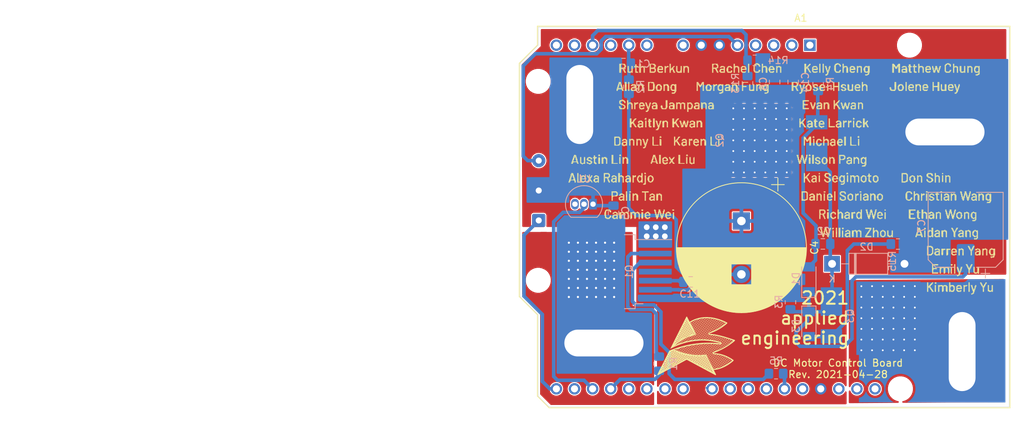
<source format=kicad_pcb>
(kicad_pcb (version 20171130) (host pcbnew "(5.1.8)-1")
  (layers (0 F.Cu signal) (31 B.Cu signal) (34 B.Paste user) (35 F.Paste user) (36 B.SilkS user) (37 F.SilkS user) (38 B.Mask user) (39 F.Mask user) (44 Edge.Cuts user))
  (net 0 "")
  (net 1 "Net-(A1-Pad16)")
  (net 2 "Net-(A1-Pad15)")
  (net 3 "Net-(A1-Pad30)")
  (net 4 "Net-(A1-Pad14)")
  (net 5 GND)
  (net 6 "Net-(A1-Pad13)")
  (net 7 "Net-(A1-Pad28)")
  (net 8 "Net-(A1-Pad12)")
  (net 9 "Net-(A1-Pad27)")
  (net 10 "Net-(A1-Pad11)")
  (net 11 "Net-(A1-Pad26)")
  (net 12 "Net-(A1-Pad10)")
  (net 13 "Net-(A1-Pad25)")
  (net 14 "Net-(A1-Pad9)")
  (net 15 "Net-(A1-Pad24)")
  (net 16 "Net-(A1-Pad23)")
  (net 17 "Net-(A1-Pad22)")
  (net 18 "Net-(A1-Pad21)")
  (net 19 "Net-(A1-Pad20)")
  (net 20 "Net-(A1-Pad4)")
  (net 21 "Net-(A1-Pad19)")
  (net 22 "Net-(A1-Pad3)")
  (net 23 "Net-(A1-Pad18)")
  (net 24 "Net-(A1-Pad2)")
  (net 25 "Net-(A1-Pad1)")
  (net 26 "Net-(A1-Pad31)")
  (net 27 "Net-(C11-Pad1)")
  (net 28 "Net-(C14-Pad1)")
  (net 29 OUT_1)
  (net 30 VBAT)
  (net 31 "Net-(D3-Pad2)")
  (net 32 "Net-(A1-Pad32)")
  (net 33 "Net-(A1-Pad8)")
  (net 34 "Net-(A1-Pad5)")
  (net 35 "Net-(A1-Pad17)")
  (net 36 "Net-(C2-Pad2)")
  (net 37 "Net-(C2-Pad1)")
  (net 38 "Net-(Q1-Pad6)")
  (net 39 "Net-(Q1-Pad3)")
  (net 40 "Net-(Q1-Pad2)")
  (net 41 "Net-(U1-Pad3)")
  (module Motor-Controller-PCB:LogoAE (layer F.Cu) (at 140.2 114.9)
    (fp_text reference G*** hide)
    (fp_text value LOGO hide)
  )
  (module "Motor-Controller-PCB:LOGO (7)" (layer F.Cu) (at 115.7 70.1)
    (fp_text reference LOGO hide)
    (fp_text value "" (at 0 0) (layer F.SilkS) (effects (font (size 1.27 1.27))))
  )
  (module Motor-Controller-PCB:GiantMetalCube (layer B.Cu) (at 129.2 82.016 270)
    (fp_text reference REF** hide)
    (fp_text value GiantMetalCube hide)
    (pad 1 thru_hole rect (at -1.016 5.334 270) (size 12.7 7.62) (drill oval 11.1 3.76) (layers *.Cu *.Mask) (net 5 GND))
  )
  (module Motor-Controller-PCB:GiantMetalCube (layer B.Cu) (at 182.834 116.716 270)
    (fp_text reference REF** hide)
    (fp_text value GiantMetalCube hide)
    (pad 1 thru_hole rect (at -1.016 5.334 270) (size 12.7 7.62) (drill oval 11.1 3.76) (layers *.Cu *.Mask) (net 30 VBAT))
  )
  (module Motor-Controller-PCB:GiantMetalCube (layer B.Cu) (at 128.27 109.166)
    (fp_text reference REF** hide)
    (fp_text value GiantMetalCube hide)
    (pad 1 thru_hole rect (at -1.016 5.334) (size 12.7 7.62) (drill oval 11.1 3.76) (layers *.Cu *.Mask) (net 29 OUT_1))
  )
  (module Motor-Controller-PCB:GiantMetalCube (layer B.Cu) (at 174.074 90.194 180)
    (fp_text reference REF** hide)
    (fp_text value GiantMetalCube hide)
    (pad 1 thru_hole rect (at -1.016 5.334 180) (size 12.7 7.62) (drill oval 11.1 3.76) (layers *.Cu *.Mask) (net 5 GND))
  )
  (module Connector_Wire:SolderWire-0.25sqmm_1x03_P4.2mm_D0.65mm_OD1.7mm (layer F.Cu) (at 118.11 97.282 90)
    (fp_text reference REF** hide)
    (fp_text value SolderWire-0.25sqmm_1x03_P4.2mm_D0.65mm_OD1.7mm)
    (pad 3 thru_hole circle (at 8.4 0 90) (size 1.85 1.85) (drill 0.85) (layers *.Cu *.Mask) (net 34 "Net-(A1-Pad5)"))
    (pad 2 thru_hole circle (at 4.2 0 90) (size 1.85 1.85) (drill 0.85) (layers *.Cu *.Mask) (net 5 GND))
    (pad 1 thru_hole roundrect (at 0 0 90) (size 1.85 1.85) (drill 0.85) (layers *.Cu *.Mask) (roundrect_rratio 0.135) (net 2 "Net-(A1-Pad15)"))
  )
  (module Package_TO_SOT_SMD:TO-263-7_TabPin8 (layer B.Cu) (at 128.686 104.474 180)
    (fp_text reference Q1 (at -2.114 -0.026 90) (layer B.SilkS) (effects (justify mirror)))
    (fp_text value IFX007T)
    (pad 8 smd rect (at 3.375 0 180) (size 9.4 10.8) (layers B.Cu B.Mask) (net 29 OUT_1))
    (pad 7 smd rect (at -5.775 -3.81 180) (size 4.6 0.8) (layers B.Cu B.Paste B.Mask) (net 28 "Net-(C14-Pad1)"))
    (pad 5 smd rect (at -5.775 -1.27 180) (size 4.6 0.8) (layers B.Cu B.Paste B.Mask) (net 27 "Net-(C11-Pad1)"))
    (pad 3 smd rect (at -5.775 1.27 180) (size 4.6 0.8) (layers B.Cu B.Paste B.Mask) (net 39 "Net-(Q1-Pad3)"))
    (pad 2 smd rect (at -5.775 2.54 180) (size 4.6 0.8) (layers B.Cu B.Paste B.Mask) (net 40 "Net-(Q1-Pad2)"))
    (pad 1 smd rect (at -5.775 3.81 180) (size 4.6 0.8) (layers B.Cu B.Paste B.Mask) (net 5 GND))
    (pad 8 smd rect (at 3.375 0 180) (size 9.4 10.8) (layers F.Cu F.Mask) (net 29 OUT_1))
    (pad 6 smd rect (at -5.775 -2.54 180) (size 4.6 0.8) (layers B.Cu B.Paste B.Mask) (net 38 "Net-(Q1-Pad6)"))
    (pad 4 smd rect (at -5.775 0 180) (size 4.6 0.8) (layers B.Cu B.Paste B.Mask) (net 29 OUT_1))
    (pad 8 thru_hole circle (at 0 4.064 180) (size 0.6 0.6) (drill 0.3) (layers *.Cu) (net 29 OUT_1))
    (pad 8 thru_hole circle (at 1.27 4.064 180) (size 0.6 0.6) (drill 0.3) (layers *.Cu) (net 29 OUT_1))
    (pad 8 thru_hole circle (at 2.54 4.064 180) (size 0.6 0.6) (drill 0.3) (layers *.Cu) (net 29 OUT_1))
    (pad 8 thru_hole circle (at 3.81 4.064 180) (size 0.6 0.6) (drill 0.3) (layers *.Cu) (net 29 OUT_1))
    (pad 8 thru_hole circle (at 5.08 4.064 180) (size 0.6 0.6) (drill 0.3) (layers *.Cu) (net 29 OUT_1))
    (pad 8 thru_hole circle (at 6.35 4.064 180) (size 0.6 0.6) (drill 0.3) (layers *.Cu) (net 29 OUT_1))
    (pad 8 thru_hole circle (at 0 2.794 180) (size 0.6 0.6) (drill 0.3) (layers *.Cu) (net 29 OUT_1))
    (pad 8 thru_hole circle (at 1.27 2.794 180) (size 0.6 0.6) (drill 0.3) (layers *.Cu) (net 29 OUT_1))
    (pad 8 thru_hole circle (at 3.81 2.794 180) (size 0.6 0.6) (drill 0.3) (layers *.Cu) (net 29 OUT_1))
    (pad 8 thru_hole circle (at 2.54 2.794 180) (size 0.6 0.6) (drill 0.3) (layers *.Cu) (net 29 OUT_1))
    (pad 8 thru_hole circle (at 6.35 2.794 180) (size 0.6 0.6) (drill 0.3) (layers *.Cu) (net 29 OUT_1))
    (pad 8 thru_hole circle (at 5.08 2.794 180) (size 0.6 0.6) (drill 0.3) (layers *.Cu) (net 29 OUT_1))
    (pad 8 thru_hole circle (at 0 1.524 180) (size 0.6 0.6) (drill 0.3) (layers *.Cu) (net 29 OUT_1))
    (pad 8 thru_hole circle (at 6.35 1.524 180) (size 0.6 0.6) (drill 0.3) (layers *.Cu) (net 29 OUT_1))
    (pad 8 thru_hole circle (at 1.27 1.524 180) (size 0.6 0.6) (drill 0.3) (layers *.Cu) (net 29 OUT_1))
    (pad 8 thru_hole circle (at 3.81 1.524 180) (size 0.6 0.6) (drill 0.3) (layers *.Cu) (net 29 OUT_1))
    (pad 8 thru_hole circle (at 2.54 1.524 180) (size 0.6 0.6) (drill 0.3) (layers *.Cu) (net 29 OUT_1))
    (pad 8 thru_hole circle (at 5.08 1.524 180) (size 0.6 0.6) (drill 0.3) (layers *.Cu) (net 29 OUT_1))
    (pad 8 thru_hole circle (at 1.27 0.254 180) (size 0.6 0.6) (drill 0.3) (layers *.Cu) (net 29 OUT_1))
    (pad 8 thru_hole circle (at 2.54 0.254 180) (size 0.6 0.6) (drill 0.3) (layers *.Cu) (net 29 OUT_1))
    (pad 8 thru_hole circle (at 6.35 0.254 180) (size 0.6 0.6) (drill 0.3) (layers *.Cu) (net 29 OUT_1))
    (pad 8 thru_hole circle (at 3.81 0.254 180) (size 0.6 0.6) (drill 0.3) (layers *.Cu) (net 29 OUT_1))
    (pad 8 thru_hole circle (at 0 0.254 180) (size 0.6 0.6) (drill 0.3) (layers *.Cu) (net 29 OUT_1))
    (pad 8 thru_hole circle (at 5.08 0.254 180) (size 0.6 0.6) (drill 0.3) (layers *.Cu) (net 29 OUT_1))
    (pad 8 thru_hole circle (at 1.27 -1.016 180) (size 0.6 0.6) (drill 0.3) (layers *.Cu) (net 29 OUT_1))
    (pad 8 thru_hole circle (at 5.08 -1.016 180) (size 0.6 0.6) (drill 0.3) (layers *.Cu) (net 29 OUT_1))
    (pad 8 thru_hole circle (at 3.81 -1.016 180) (size 0.6 0.6) (drill 0.3) (layers *.Cu) (net 29 OUT_1))
    (pad 8 thru_hole circle (at 0 -1.016 180) (size 0.6 0.6) (drill 0.3) (layers *.Cu) (net 29 OUT_1))
    (pad 8 thru_hole circle (at 2.54 -1.016 180) (size 0.6 0.6) (drill 0.3) (layers *.Cu) (net 29 OUT_1))
    (pad 8 thru_hole circle (at 6.35 -1.016 180) (size 0.6 0.6) (drill 0.3) (layers *.Cu) (net 29 OUT_1))
    (pad 8 thru_hole circle (at 2.54 -2.286 180) (size 0.6 0.6) (drill 0.3) (layers *.Cu) (net 29 OUT_1))
    (pad 8 thru_hole circle (at 6.35 -2.286 180) (size 0.6 0.6) (drill 0.3) (layers *.Cu) (net 29 OUT_1))
    (pad 8 thru_hole circle (at 5.08 -2.286 180) (size 0.6 0.6) (drill 0.3) (layers *.Cu) (net 29 OUT_1))
    (pad 8 thru_hole circle (at 3.81 -2.286 180) (size 0.6 0.6) (drill 0.3) (layers *.Cu) (net 29 OUT_1))
    (pad 8 thru_hole circle (at 0 -2.286 180) (size 0.6 0.6) (drill 0.3) (layers *.Cu) (net 29 OUT_1))
    (pad 8 thru_hole circle (at 1.27 -2.286 180) (size 0.6 0.6) (drill 0.3) (layers *.Cu) (net 29 OUT_1))
    (pad 8 thru_hole circle (at 0 -3.556 180) (size 0.6 0.6) (drill 0.3) (layers *.Cu) (net 29 OUT_1))
    (pad 8 thru_hole circle (at 3.81 -3.556 180) (size 0.6 0.6) (drill 0.3) (layers *.Cu) (net 29 OUT_1))
    (pad 8 thru_hole circle (at 2.54 -3.556 180) (size 0.6 0.6) (drill 0.3) (layers *.Cu) (net 29 OUT_1))
    (pad 8 thru_hole circle (at 6.35 -3.556 180) (size 0.6 0.6) (drill 0.3) (layers *.Cu) (net 29 OUT_1))
    (pad 8 thru_hole circle (at 1.27 -3.556 180) (size 0.6 0.6) (drill 0.3) (layers *.Cu) (net 29 OUT_1))
    (pad 8 thru_hole circle (at 5.08 -3.556 180) (size 0.6 0.6) (drill 0.3) (layers *.Cu) (net 29 OUT_1))
  )
  (module Package_TO_SOT_THT:TO-92_Inline (layer B.Cu) (at 125.73 94.996 180)
    (fp_text reference U1 (at 1.27 3.56) (layer B.SilkS) (effects (justify mirror)))
    (fp_text value DS18B20-PAR)
    (pad 1 thru_hole rect (at 0 0 180) (size 1.05 1.5) (drill 0.75) (layers *.Cu *.Mask) (net 5 GND))
    (pad 3 thru_hole oval (at 2.54 0 180) (size 1.05 1.5) (drill 0.75) (layers *.Cu *.Mask) (net 41 "Net-(U1-Pad3)"))
    (pad 2 thru_hole oval (at 1.27 0 180) (size 1.05 1.5) (drill 0.75) (layers *.Cu *.Mask) (net 35 "Net-(A1-Pad17)"))
  )
  (module Resistor_SMD:R_0805_2012Metric_Pad1.20x1.40mm_HandSolder (layer B.Cu) (at 168.5 100.6)
    (fp_text reference R15 (at -0.8 2.4 90) (layer B.SilkS) (effects (justify mirror)))
    (fp_text value 10k)
    (pad 2 smd roundrect (at 1 0) (size 1.2 1.4) (layers B.Cu B.Paste B.Mask) (roundrect_rratio 0.208333) (net 5 GND))
    (pad 1 smd roundrect (at -1 0) (size 1.2 1.4) (layers B.Cu B.Paste B.Mask) (roundrect_rratio 0.208333) (net 31 "Net-(D3-Pad2)"))
  )
  (module Resistor_SMD:R_0805_2012Metric_Pad1.20x1.40mm_HandSolder (layer B.Cu) (at 148.4 74.8)
    (fp_text reference R14 (at 3.3 0) (layer B.SilkS) (effects (justify mirror)))
    (fp_text value 1.47k)
    (pad 2 smd roundrect (at 1 0) (size 1.2 1.4) (layers B.Cu B.Paste B.Mask) (roundrect_rratio 0.208333) (net 5 GND))
    (pad 1 smd roundrect (at -1 0) (size 1.2 1.4) (layers B.Cu B.Paste B.Mask) (roundrect_rratio 0.208333) (net 8 "Net-(A1-Pad12)"))
  )
  (module Resistor_SMD:R_0805_2012Metric_Pad1.20x1.40mm_HandSolder (layer B.Cu) (at 147.4 78 90)
    (fp_text reference R13 (at 0 -1.7 90) (layer B.SilkS) (effects (justify mirror)))
    (fp_text value 10k)
    (pad 2 smd roundrect (at 1 0 90) (size 1.2 1.4) (layers B.Cu B.Paste B.Mask) (roundrect_rratio 0.208333) (net 8 "Net-(A1-Pad12)"))
    (pad 1 smd roundrect (at -1 0 90) (size 1.2 1.4) (layers B.Cu B.Paste B.Mask) (roundrect_rratio 0.208333) (net 28 "Net-(C14-Pad1)"))
  )
  (module Resistor_SMD:R_0805_2012Metric_Pad1.20x1.40mm_HandSolder (layer B.Cu) (at 151.4 118.8)
    (fp_text reference R5 (at 0 -1.8) (layer B.SilkS) (effects (justify mirror)))
    (fp_text value 10k)
    (pad 2 smd roundrect (at 1 0) (size 1.2 1.4) (layers B.Cu B.Paste B.Mask) (roundrect_rratio 0.208333) (net 9 "Net-(A1-Pad27)"))
    (pad 1 smd roundrect (at -1 0) (size 1.2 1.4) (layers B.Cu B.Paste B.Mask) (roundrect_rratio 0.208333) (net 39 "Net-(Q1-Pad3)"))
  )
  (module Resistor_SMD:R_0805_2012Metric_Pad1.20x1.40mm_HandSolder (layer B.Cu) (at 157.3 78.1 90)
    (fp_text reference R4 (at 0 1.7 90) (layer B.SilkS) (effects (justify mirror)))
    (fp_text value 10M)
    (pad 2 smd roundrect (at 1 0 90) (size 1.2 1.4) (layers B.Cu B.Paste B.Mask) (roundrect_rratio 0.208333) (net 5 GND))
    (pad 1 smd roundrect (at -1 0 90) (size 1.2 1.4) (layers B.Cu B.Paste B.Mask) (roundrect_rratio 0.208333) (net 37 "Net-(C2-Pad1)"))
  )
  (module Resistor_SMD:R_0805_2012Metric_Pad1.20x1.40mm_HandSolder (layer B.Cu) (at 153.42 108.77 90)
    (fp_text reference R3 (at 0.07 -1.62 90) (layer B.SilkS) (effects (justify mirror)))
    (fp_text value 100)
    (pad 2 smd roundrect (at 1 0 90) (size 1.2 1.4) (layers B.Cu B.Paste B.Mask) (roundrect_rratio 0.208333) (net 28 "Net-(C14-Pad1)"))
    (pad 1 smd roundrect (at -1 0 90) (size 1.2 1.4) (layers B.Cu B.Paste B.Mask) (roundrect_rratio 0.208333) (net 36 "Net-(C2-Pad2)"))
  )
  (module Resistor_SMD:R_0805_2012Metric_Pad1.20x1.40mm_HandSolder (layer B.Cu) (at 130.75 78.5 90)
    (fp_text reference R2 (at 0 1.65 90) (layer B.SilkS) (effects (justify mirror)))
    (fp_text value 20k)
    (pad 2 smd roundrect (at 1 0 90) (size 1.2 1.4) (layers B.Cu B.Paste B.Mask) (roundrect_rratio 0.208333) (net 12 "Net-(A1-Pad10)"))
    (pad 1 smd roundrect (at -1 0 90) (size 1.2 1.4) (layers B.Cu B.Paste B.Mask) (roundrect_rratio 0.208333) (net 38 "Net-(Q1-Pad6)"))
  )
  (module Resistor_SMD:R_0805_2012Metric_Pad1.20x1.40mm_HandSolder (layer B.Cu) (at 135 117.4 270)
    (fp_text reference R1 (at 0 -2 90) (layer B.SilkS) (effects (justify mirror)))
    (fp_text value 10k)
    (pad 2 smd roundrect (at 1 0 270) (size 1.2 1.4) (layers B.Cu B.Paste B.Mask) (roundrect_rratio 0.208333) (net 23 "Net-(A1-Pad18)"))
    (pad 1 smd roundrect (at -1 0 270) (size 1.2 1.4) (layers B.Cu B.Paste B.Mask) (roundrect_rratio 0.208333) (net 40 "Net-(Q1-Pad2)"))
  )
  (module Motor-Controller-PCB:TO-220SM-3_TabPin2_ThermalVias (layer B.Cu) (at 159.166 111.016 90)
    (fp_text reference Q3 (at 0.316 2.634 90) (layer B.SilkS) (effects (justify mirror)))
    (fp_text value TJ200F04M3L)
    (pad 2 thru_hole circle (at 1.5 4.2 90) (size 0.508 0.508) (drill 0.254) (layers *.Cu *.Mask) (net 30 VBAT))
    (pad 2 thru_hole circle (at -4.5 4.2 90) (size 0.508 0.508) (drill 0.254) (layers *.Cu *.Mask) (net 30 VBAT))
    (pad 2 thru_hole circle (at -1.5 4.2 90) (size 0.508 0.508) (drill 0.254) (layers *.Cu *.Mask) (net 30 VBAT))
    (pad 2 thru_hole circle (at -3 4.2 90) (size 0.508 0.508) (drill 0.254) (layers *.Cu *.Mask) (net 30 VBAT))
    (pad 2 thru_hole circle (at 4.5 4.2 90) (size 0.508 0.508) (drill 0.254) (layers *.Cu *.Mask) (net 30 VBAT))
    (pad 2 thru_hole circle (at 0 4.2 90) (size 0.508 0.508) (drill 0.254) (layers *.Cu *.Mask) (net 30 VBAT))
    (pad 2 thru_hole circle (at 3 4.2 90) (size 0.508 0.508) (drill 0.254) (layers *.Cu *.Mask) (net 30 VBAT))
    (pad 2 thru_hole circle (at -1.5 5.7 90) (size 0.508 0.508) (drill 0.254) (layers *.Cu *.Mask) (net 30 VBAT))
    (pad 2 thru_hole circle (at -3 5.7 90) (size 0.508 0.508) (drill 0.254) (layers *.Cu *.Mask) (net 30 VBAT))
    (pad 2 thru_hole circle (at 4.5 5.7 90) (size 0.508 0.508) (drill 0.254) (layers *.Cu *.Mask) (net 30 VBAT))
    (pad 2 thru_hole circle (at 1.5 5.7 90) (size 0.508 0.508) (drill 0.254) (layers *.Cu *.Mask) (net 30 VBAT))
    (pad 2 thru_hole circle (at -4.5 5.7 90) (size 0.508 0.508) (drill 0.254) (layers *.Cu *.Mask) (net 30 VBAT))
    (pad 2 thru_hole circle (at 3 5.7 90) (size 0.508 0.508) (drill 0.254) (layers *.Cu *.Mask) (net 30 VBAT))
    (pad 2 thru_hole circle (at 0 5.7 90) (size 0.508 0.508) (drill 0.254) (layers *.Cu *.Mask) (net 30 VBAT))
    (pad 2 thru_hole circle (at -4.5 7.2 90) (size 0.508 0.508) (drill 0.254) (layers *.Cu *.Mask) (net 30 VBAT))
    (pad 2 thru_hole circle (at 3 7.2 90) (size 0.508 0.508) (drill 0.254) (layers *.Cu *.Mask) (net 30 VBAT))
    (pad 2 thru_hole circle (at 4.5 7.2 90) (size 0.508 0.508) (drill 0.254) (layers *.Cu *.Mask) (net 30 VBAT))
    (pad 2 thru_hole circle (at 1.5 7.2 90) (size 0.508 0.508) (drill 0.254) (layers *.Cu *.Mask) (net 30 VBAT))
    (pad 2 thru_hole circle (at -1.5 7.2 90) (size 0.508 0.508) (drill 0.254) (layers *.Cu *.Mask) (net 30 VBAT))
    (pad 2 thru_hole circle (at -3 7.2 90) (size 0.508 0.508) (drill 0.254) (layers *.Cu *.Mask) (net 30 VBAT))
    (pad 2 thru_hole circle (at 0 7.2 90) (size 0.508 0.508) (drill 0.254) (layers *.Cu *.Mask) (net 30 VBAT))
    (pad 2 thru_hole circle (at 4.5 8.7 90) (size 0.508 0.508) (drill 0.254) (layers *.Cu *.Mask) (net 30 VBAT))
    (pad 2 thru_hole circle (at -4.5 8.7 90) (size 0.508 0.508) (drill 0.254) (layers *.Cu *.Mask) (net 30 VBAT))
    (pad 2 thru_hole circle (at -3 8.7 90) (size 0.508 0.508) (drill 0.254) (layers *.Cu *.Mask) (net 30 VBAT))
    (pad 2 thru_hole circle (at -1.5 8.7 90) (size 0.508 0.508) (drill 0.254) (layers *.Cu *.Mask) (net 30 VBAT))
    (pad 2 thru_hole circle (at 0 8.7 90) (size 0.508 0.508) (drill 0.254) (layers *.Cu *.Mask) (net 30 VBAT))
    (pad 2 thru_hole circle (at 3 8.7 90) (size 0.508 0.508) (drill 0.254) (layers *.Cu *.Mask) (net 30 VBAT))
    (pad 2 thru_hole circle (at 1.5 8.7 90) (size 0.508 0.508) (drill 0.254) (layers *.Cu *.Mask) (net 30 VBAT))
    (pad 2 thru_hole circle (at -4.5 10.2 90) (size 0.508 0.508) (drill 0.254) (layers *.Cu *.Mask) (net 30 VBAT))
    (pad 2 thru_hole circle (at -3 10.2 90) (size 0.508 0.508) (drill 0.254) (layers *.Cu *.Mask) (net 30 VBAT))
    (pad 2 thru_hole circle (at -1.5 10.2 90) (size 0.508 0.508) (drill 0.254) (layers *.Cu *.Mask) (net 30 VBAT))
    (pad 2 thru_hole circle (at 0 10.2 90) (size 0.508 0.508) (drill 0.254) (layers *.Cu *.Mask) (net 30 VBAT))
    (pad 2 thru_hole circle (at 1.5 10.2 90) (size 0.508 0.508) (drill 0.254) (layers *.Cu *.Mask) (net 30 VBAT))
    (pad 2 thru_hole circle (at 3 10.2 90) (size 0.508 0.508) (drill 0.254) (layers *.Cu *.Mask) (net 30 VBAT))
    (pad 2 thru_hole circle (at 4.5 10.2 90) (size 0.508 0.508) (drill 0.254) (layers *.Cu *.Mask) (net 30 VBAT))
    (pad 2 smd rect (at 0 8 90) (size 10.3 9) (layers B.Cu B.Paste B.Mask) (net 30 VBAT))
    (pad 1 smd rect (at -2.54 0 90) (size 2 3) (layers B.Cu B.Paste B.Mask) (net 31 "Net-(D3-Pad2)"))
    (pad 3 smd rect (at 2.34 0 90) (size 4 3) (layers B.Cu B.Paste B.Mask) (net 36 "Net-(C2-Pad2)"))
    (pad 2 thru_hole circle (at -4.5 11.7 90) (size 0.508 0.508) (drill 0.254) (layers *.Cu *.Mask) (net 30 VBAT))
    (pad 2 smd rect (at 0 8 90) (size 10.3 9) (layers F.Cu F.Mask) (net 30 VBAT))
    (pad 2 thru_hole circle (at -3 11.7 90) (size 0.508 0.508) (drill 0.254) (layers *.Cu *.Mask) (net 30 VBAT))
    (pad 2 thru_hole circle (at -1.5 11.7 90) (size 0.508 0.508) (drill 0.254) (layers *.Cu *.Mask) (net 30 VBAT))
    (pad 2 thru_hole circle (at 0 11.7 90) (size 0.508 0.508) (drill 0.254) (layers *.Cu *.Mask) (net 30 VBAT))
    (pad 2 thru_hole circle (at 1.5 11.7 90) (size 0.508 0.508) (drill 0.254) (layers *.Cu *.Mask) (net 30 VBAT))
    (pad 2 thru_hole circle (at 3 11.7 90) (size 0.508 0.508) (drill 0.254) (layers *.Cu *.Mask) (net 30 VBAT))
    (pad 2 thru_hole circle (at 4.5 11.7 90) (size 0.508 0.508) (drill 0.254) (layers *.Cu *.Mask) (net 30 VBAT))
  )
  (module Motor-Controller-PCB:TO-220SM-3_TabPin2_ThermalVias (layer B.Cu) (at 157.1 86.04 270)
    (fp_text reference Q2 (at 0 13.6 90) (layer B.SilkS) (effects (justify mirror)))
    (fp_text value TJ200F04M3L)
    (pad 2 thru_hole circle (at 1.5 4.2 270) (size 0.508 0.508) (drill 0.254) (layers *.Cu *.Mask) (net 28 "Net-(C14-Pad1)"))
    (pad 2 thru_hole circle (at -4.5 4.2 270) (size 0.508 0.508) (drill 0.254) (layers *.Cu *.Mask) (net 28 "Net-(C14-Pad1)"))
    (pad 2 thru_hole circle (at -1.5 4.2 270) (size 0.508 0.508) (drill 0.254) (layers *.Cu *.Mask) (net 28 "Net-(C14-Pad1)"))
    (pad 2 thru_hole circle (at -3 4.2 270) (size 0.508 0.508) (drill 0.254) (layers *.Cu *.Mask) (net 28 "Net-(C14-Pad1)"))
    (pad 2 thru_hole circle (at 4.5 4.2 270) (size 0.508 0.508) (drill 0.254) (layers *.Cu *.Mask) (net 28 "Net-(C14-Pad1)"))
    (pad 2 thru_hole circle (at 0 4.2 270) (size 0.508 0.508) (drill 0.254) (layers *.Cu *.Mask) (net 28 "Net-(C14-Pad1)"))
    (pad 2 thru_hole circle (at 3 4.2 270) (size 0.508 0.508) (drill 0.254) (layers *.Cu *.Mask) (net 28 "Net-(C14-Pad1)"))
    (pad 2 thru_hole circle (at -1.5 5.7 270) (size 0.508 0.508) (drill 0.254) (layers *.Cu *.Mask) (net 28 "Net-(C14-Pad1)"))
    (pad 2 thru_hole circle (at -3 5.7 270) (size 0.508 0.508) (drill 0.254) (layers *.Cu *.Mask) (net 28 "Net-(C14-Pad1)"))
    (pad 2 thru_hole circle (at 4.5 5.7 270) (size 0.508 0.508) (drill 0.254) (layers *.Cu *.Mask) (net 28 "Net-(C14-Pad1)"))
    (pad 2 thru_hole circle (at 1.5 5.7 270) (size 0.508 0.508) (drill 0.254) (layers *.Cu *.Mask) (net 28 "Net-(C14-Pad1)"))
    (pad 2 thru_hole circle (at -4.5 5.7 270) (size 0.508 0.508) (drill 0.254) (layers *.Cu *.Mask) (net 28 "Net-(C14-Pad1)"))
    (pad 2 thru_hole circle (at 3 5.7 270) (size 0.508 0.508) (drill 0.254) (layers *.Cu *.Mask) (net 28 "Net-(C14-Pad1)"))
    (pad 2 thru_hole circle (at 0 5.7 270) (size 0.508 0.508) (drill 0.254) (layers *.Cu *.Mask) (net 28 "Net-(C14-Pad1)"))
    (pad 2 thru_hole circle (at -4.5 7.2 270) (size 0.508 0.508) (drill 0.254) (layers *.Cu *.Mask) (net 28 "Net-(C14-Pad1)"))
    (pad 2 thru_hole circle (at 3 7.2 270) (size 0.508 0.508) (drill 0.254) (layers *.Cu *.Mask) (net 28 "Net-(C14-Pad1)"))
    (pad 2 thru_hole circle (at 4.5 7.2 270) (size 0.508 0.508) (drill 0.254) (layers *.Cu *.Mask) (net 28 "Net-(C14-Pad1)"))
    (pad 2 thru_hole circle (at 1.5 7.2 270) (size 0.508 0.508) (drill 0.254) (layers *.Cu *.Mask) (net 28 "Net-(C14-Pad1)"))
    (pad 2 thru_hole circle (at -1.5 7.2 270) (size 0.508 0.508) (drill 0.254) (layers *.Cu *.Mask) (net 28 "Net-(C14-Pad1)"))
    (pad 2 thru_hole circle (at -3 7.2 270) (size 0.508 0.508) (drill 0.254) (layers *.Cu *.Mask) (net 28 "Net-(C14-Pad1)"))
    (pad 2 thru_hole circle (at 0 7.2 270) (size 0.508 0.508) (drill 0.254) (layers *.Cu *.Mask) (net 28 "Net-(C14-Pad1)"))
    (pad 2 thru_hole circle (at 4.5 8.7 270) (size 0.508 0.508) (drill 0.254) (layers *.Cu *.Mask) (net 28 "Net-(C14-Pad1)"))
    (pad 2 thru_hole circle (at -4.5 8.7 270) (size 0.508 0.508) (drill 0.254) (layers *.Cu *.Mask) (net 28 "Net-(C14-Pad1)"))
    (pad 2 thru_hole circle (at -3 8.7 270) (size 0.508 0.508) (drill 0.254) (layers *.Cu *.Mask) (net 28 "Net-(C14-Pad1)"))
    (pad 2 thru_hole circle (at -1.5 8.7 270) (size 0.508 0.508) (drill 0.254) (layers *.Cu *.Mask) (net 28 "Net-(C14-Pad1)"))
    (pad 2 thru_hole circle (at 0 8.7 270) (size 0.508 0.508) (drill 0.254) (layers *.Cu *.Mask) (net 28 "Net-(C14-Pad1)"))
    (pad 2 thru_hole circle (at 3 8.7 270) (size 0.508 0.508) (drill 0.254) (layers *.Cu *.Mask) (net 28 "Net-(C14-Pad1)"))
    (pad 2 thru_hole circle (at 1.5 8.7 270) (size 0.508 0.508) (drill 0.254) (layers *.Cu *.Mask) (net 28 "Net-(C14-Pad1)"))
    (pad 2 thru_hole circle (at -4.5 10.2 270) (size 0.508 0.508) (drill 0.254) (layers *.Cu *.Mask) (net 28 "Net-(C14-Pad1)"))
    (pad 2 thru_hole circle (at -3 10.2 270) (size 0.508 0.508) (drill 0.254) (layers *.Cu *.Mask) (net 28 "Net-(C14-Pad1)"))
    (pad 2 thru_hole circle (at -1.5 10.2 270) (size 0.508 0.508) (drill 0.254) (layers *.Cu *.Mask) (net 28 "Net-(C14-Pad1)"))
    (pad 2 thru_hole circle (at 0 10.2 270) (size 0.508 0.508) (drill 0.254) (layers *.Cu *.Mask) (net 28 "Net-(C14-Pad1)"))
    (pad 2 thru_hole circle (at 1.5 10.2 270) (size 0.508 0.508) (drill 0.254) (layers *.Cu *.Mask) (net 28 "Net-(C14-Pad1)"))
    (pad 2 thru_hole circle (at 3 10.2 270) (size 0.508 0.508) (drill 0.254) (layers *.Cu *.Mask) (net 28 "Net-(C14-Pad1)"))
    (pad 2 thru_hole circle (at 4.5 10.2 270) (size 0.508 0.508) (drill 0.254) (layers *.Cu *.Mask) (net 28 "Net-(C14-Pad1)"))
    (pad 2 smd rect (at 0 8 270) (size 10.3 9) (layers B.Cu B.Paste B.Mask) (net 28 "Net-(C14-Pad1)"))
    (pad 1 smd rect (at -2.54 0 270) (size 2 3) (layers B.Cu B.Paste B.Mask) (net 37 "Net-(C2-Pad1)"))
    (pad 3 smd rect (at 2.34 0 270) (size 4 3) (layers B.Cu B.Paste B.Mask) (net 36 "Net-(C2-Pad2)"))
    (pad 2 thru_hole circle (at -4.5 11.7 270) (size 0.508 0.508) (drill 0.254) (layers *.Cu *.Mask) (net 28 "Net-(C14-Pad1)"))
    (pad 2 smd rect (at 0 8 270) (size 10.3 9) (layers F.Cu F.Mask) (net 28 "Net-(C14-Pad1)"))
    (pad 2 thru_hole circle (at -3 11.7 270) (size 0.508 0.508) (drill 0.254) (layers *.Cu *.Mask) (net 28 "Net-(C14-Pad1)"))
    (pad 2 thru_hole circle (at -1.5 11.7 270) (size 0.508 0.508) (drill 0.254) (layers *.Cu *.Mask) (net 28 "Net-(C14-Pad1)"))
    (pad 2 thru_hole circle (at 0 11.7 270) (size 0.508 0.508) (drill 0.254) (layers *.Cu *.Mask) (net 28 "Net-(C14-Pad1)"))
    (pad 2 thru_hole circle (at 1.5 11.7 270) (size 0.508 0.508) (drill 0.254) (layers *.Cu *.Mask) (net 28 "Net-(C14-Pad1)"))
    (pad 2 thru_hole circle (at 3 11.7 270) (size 0.508 0.508) (drill 0.254) (layers *.Cu *.Mask) (net 28 "Net-(C14-Pad1)"))
    (pad 2 thru_hole circle (at 4.5 11.7 270) (size 0.508 0.508) (drill 0.254) (layers *.Cu *.Mask) (net 28 "Net-(C14-Pad1)"))
  )
  (module Diode_SMD:D_MiniMELF (layer B.Cu) (at 156 105.55 90)
    (fp_text reference D1 (at 0.05 -1.8 90) (layer B.SilkS) (effects (justify mirror)))
    (fp_text value 10V)
    (pad 2 smd rect (at 1.75 0 90) (size 1.3 1.7) (layers B.Cu B.Paste B.Mask) (net 37 "Net-(C2-Pad1)"))
    (pad 1 smd rect (at -1.75 0 90) (size 1.3 1.7) (layers B.Cu B.Paste B.Mask) (net 36 "Net-(C2-Pad2)"))
  )
  (module Capacitor_SMD:C_0805_2012Metric_Pad1.18x1.45mm_HandSolder (layer B.Cu) (at 153.8 77.8375 90)
    (fp_text reference C14 (at -0.0625 1.7 90) (layer B.SilkS) (effects (justify mirror)))
    (fp_text value 100nF)
    (pad 2 smd roundrect (at 1.0375 0 90) (size 1.175 1.45) (layers B.Cu B.Paste B.Mask) (roundrect_rratio 0.212766) (net 5 GND))
    (pad 1 smd roundrect (at -1.0375 0 90) (size 1.175 1.45) (layers B.Cu B.Paste B.Mask) (roundrect_rratio 0.212766) (net 28 "Net-(C14-Pad1)"))
  )
  (module Capacitor_SMD:C_0805_2012Metric_Pad1.18x1.45mm_HandSolder (layer B.Cu) (at 139.4245 105.918)
    (fp_text reference C11 (at -0.1245 1.682) (layer B.SilkS))
    (fp_text value 100nF)
    (pad 2 smd roundrect (at 1.0375 0) (size 1.175 1.45) (layers B.Cu B.Paste B.Mask) (roundrect_rratio 0.212766) (net 5 GND))
    (pad 1 smd roundrect (at -1.0375 0) (size 1.175 1.45) (layers B.Cu B.Paste B.Mask) (roundrect_rratio 0.212766) (net 27 "Net-(C11-Pad1)"))
  )
  (module Capacitor_SMD:CP_Elec_10x10 (layer B.Cu) (at 178 98.6 90)
    (fp_text reference C7 (at 0.5 -6.2 270) (layer B.SilkS) (effects (justify mirror)))
    (fp_text value 100µF)
    (pad 2 smd roundrect (at 4 0 90) (size 4 2.5) (layers B.Cu B.Paste B.Mask) (roundrect_rratio 0.1) (net 5 GND))
    (pad 1 smd roundrect (at -4 0 90) (size 4 2.5) (layers B.Cu B.Paste B.Mask) (roundrect_rratio 0.1) (net 36 "Net-(C2-Pad2)"))
  )
  (module Capacitor_SMD:C_0805_2012Metric_Pad1.18x1.45mm_HandSolder (layer B.Cu) (at 151.2 77.8375 90)
    (fp_text reference C6 (at -0.2625 -1.6 90) (layer B.SilkS) (effects (justify mirror)))
    (fp_text value 220nF)
    (pad 1 smd roundrect (at -1.0375 0 90) (size 1.175 1.45) (layers B.Cu B.Paste B.Mask) (roundrect_rratio 0.212766) (net 28 "Net-(C14-Pad1)"))
    (pad 2 smd roundrect (at 1.0375 0 90) (size 1.175 1.45) (layers B.Cu B.Paste B.Mask) (roundrect_rratio 0.212766) (net 5 GND))
  )
  (module Capacitor_SMD:C_0805_2012Metric_Pad1.18x1.45mm_HandSolder (layer B.Cu) (at 128.6 96.2375 90)
    (fp_text reference C5 (at 0 1.68 90) (layer B.SilkS) (effects (justify mirror)))
    (fp_text value 220nF)
    (pad 2 smd roundrect (at 1.0375 0 90) (size 1.175 1.45) (layers B.Cu B.Paste B.Mask) (roundrect_rratio 0.212766) (net 5 GND))
    (pad 1 smd roundrect (at -1.0375 0 90) (size 1.175 1.45) (layers B.Cu B.Paste B.Mask) (roundrect_rratio 0.212766) (net 29 OUT_1))
  )
  (module Capacitor_THT:CP_Radial_D18.0mm_P7.50mm (layer F.Cu) (at 146.54 97.36 270)
    (fp_text reference C4 (at 3.75 -10.25 90) (layer F.SilkS))
    (fp_text value "50V 1500µF")
    (pad 2 thru_hole circle (at 7.5 0 270) (size 2.4 2.4) (drill 1.2) (layers *.Cu *.Mask) (net 5 GND))
    (pad 1 thru_hole rect (at 0 0 270) (size 2.4 2.4) (drill 1.2) (layers *.Cu *.Mask) (net 28 "Net-(C14-Pad1)"))
  )
  (module Capacitor_SMD:C_0805_2012Metric_Pad1.18x1.45mm_HandSolder (layer B.Cu) (at 157.9665 100.584)
    (fp_text reference C2 (at 0.1125 -1.8) (layer B.SilkS) (effects (justify mirror)))
    (fp_text value 1µF)
    (pad 2 smd roundrect (at 1.0375 0) (size 1.175 1.45) (layers B.Cu B.Paste B.Mask) (roundrect_rratio 0.212766) (net 36 "Net-(C2-Pad2)"))
    (pad 1 smd roundrect (at -1.0375 0) (size 1.175 1.45) (layers B.Cu B.Paste B.Mask) (roundrect_rratio 0.212766) (net 37 "Net-(C2-Pad1)"))
  )
  (module Capacitor_SMD:C_0805_2012Metric_Pad1.18x1.45mm_HandSolder (layer B.Cu) (at 130 75.25 180)
    (fp_text reference C1 (at -2.8 -0.05 180) (layer B.SilkS) (effects (justify mirror)))
    (fp_text value 10nF)
    (pad 2 smd roundrect (at 1.0375 0 180) (size 1.175 1.45) (layers B.Cu B.Paste B.Mask) (roundrect_rratio 0.212766) (net 5 GND))
    (pad 1 smd roundrect (at -1.0375 0 180) (size 1.175 1.45) (layers B.Cu B.Paste B.Mask) (roundrect_rratio 0.212766) (net 12 "Net-(A1-Pad10)"))
  )
  (module Motor-Controller-PCB:Arduino_UNO_R3_Shield_WithMountingHoles (layer F.Cu) (at 184.086 70.13 180)
    (fp_text reference A1 (at 29.21 1.27) (layer F.SilkS))
    (fp_text value Arduino_UNO_R3)
    (pad "" np_thru_hole circle (at 66.04 -7.62 270) (size 3.2 3.2) (drill 3.2) (layers *.Cu *.Mask))
    (pad "" np_thru_hole circle (at 66.04 -35.56 270) (size 3.2 3.2) (drill 3.2) (layers *.Cu *.Mask))
    (pad "" np_thru_hole circle (at 15.24 -50.8 270) (size 3.2 3.2) (drill 3.2) (layers *.Cu *.Mask))
    (pad "" np_thru_hole circle (at 13.97 -2.54 270) (size 3.2 3.2) (drill 3.2) (layers *.Cu *.Mask))
    (pad 16 thru_hole oval (at 60.96 -50.8 270) (size 1.6 1.6) (drill 1) (layers *.Cu *.Mask) (net 1 "Net-(A1-Pad16)"))
    (pad 15 thru_hole oval (at 63.5 -50.8 270) (size 1.6 1.6) (drill 1) (layers *.Cu *.Mask) (net 2 "Net-(A1-Pad15)"))
    (pad 30 thru_hole oval (at 23.88 -50.8 270) (size 1.6 1.6) (drill 1) (layers *.Cu *.Mask) (net 3 "Net-(A1-Pad30)"))
    (pad 14 thru_hole oval (at 63.5 -2.54 270) (size 1.6 1.6) (drill 1) (layers *.Cu *.Mask) (net 4 "Net-(A1-Pad14)"))
    (pad 29 thru_hole oval (at 26.42 -50.8 270) (size 1.6 1.6) (drill 1) (layers *.Cu *.Mask) (net 5 GND))
    (pad 13 thru_hole oval (at 60.96 -2.54 270) (size 1.6 1.6) (drill 1) (layers *.Cu *.Mask) (net 6 "Net-(A1-Pad13)"))
    (pad 28 thru_hole oval (at 28.96 -50.8 270) (size 1.6 1.6) (drill 1) (layers *.Cu *.Mask) (net 7 "Net-(A1-Pad28)"))
    (pad 12 thru_hole oval (at 58.42 -2.54 270) (size 1.6 1.6) (drill 1) (layers *.Cu *.Mask) (net 8 "Net-(A1-Pad12)"))
    (pad 27 thru_hole oval (at 31.5 -50.8 270) (size 1.6 1.6) (drill 1) (layers *.Cu *.Mask) (net 9 "Net-(A1-Pad27)"))
    (pad 11 thru_hole oval (at 55.88 -2.54 270) (size 1.6 1.6) (drill 1) (layers *.Cu *.Mask) (net 10 "Net-(A1-Pad11)"))
    (pad 26 thru_hole oval (at 34.04 -50.8 270) (size 1.6 1.6) (drill 1) (layers *.Cu *.Mask) (net 11 "Net-(A1-Pad26)"))
    (pad 10 thru_hole oval (at 53.34 -2.54 270) (size 1.6 1.6) (drill 1) (layers *.Cu *.Mask) (net 12 "Net-(A1-Pad10)"))
    (pad 25 thru_hole oval (at 36.58 -50.8 270) (size 1.6 1.6) (drill 1) (layers *.Cu *.Mask) (net 13 "Net-(A1-Pad25)"))
    (pad 9 thru_hole oval (at 50.8 -2.54 270) (size 1.6 1.6) (drill 1) (layers *.Cu *.Mask) (net 14 "Net-(A1-Pad9)"))
    (pad 24 thru_hole oval (at 39.12 -50.8 270) (size 1.6 1.6) (drill 1) (layers *.Cu *.Mask) (net 15 "Net-(A1-Pad24)"))
    (pad 8 thru_hole oval (at 45.72 -2.54 270) (size 1.6 1.6) (drill 1) (layers *.Cu *.Mask) (net 33 "Net-(A1-Pad8)"))
    (pad 23 thru_hole oval (at 41.66 -50.8 270) (size 1.6 1.6) (drill 1) (layers *.Cu *.Mask) (net 16 "Net-(A1-Pad23)"))
    (pad 7 thru_hole oval (at 43.18 -2.54 270) (size 1.6 1.6) (drill 1) (layers *.Cu *.Mask) (net 5 GND))
    (pad 22 thru_hole oval (at 45.72 -50.8 270) (size 1.6 1.6) (drill 1) (layers *.Cu *.Mask) (net 17 "Net-(A1-Pad22)"))
    (pad 6 thru_hole oval (at 40.64 -2.54 270) (size 1.6 1.6) (drill 1) (layers *.Cu *.Mask) (net 5 GND))
    (pad 21 thru_hole oval (at 48.26 -50.8 270) (size 1.6 1.6) (drill 1) (layers *.Cu *.Mask) (net 18 "Net-(A1-Pad21)"))
    (pad 5 thru_hole oval (at 38.1 -2.54 270) (size 1.6 1.6) (drill 1) (layers *.Cu *.Mask) (net 34 "Net-(A1-Pad5)"))
    (pad 20 thru_hole oval (at 50.8 -50.8 270) (size 1.6 1.6) (drill 1) (layers *.Cu *.Mask) (net 19 "Net-(A1-Pad20)"))
    (pad 4 thru_hole oval (at 35.56 -2.54 270) (size 1.6 1.6) (drill 1) (layers *.Cu *.Mask) (net 20 "Net-(A1-Pad4)"))
    (pad 19 thru_hole oval (at 53.34 -50.8 270) (size 1.6 1.6) (drill 1) (layers *.Cu *.Mask) (net 21 "Net-(A1-Pad19)"))
    (pad 3 thru_hole oval (at 33.02 -2.54 270) (size 1.6 1.6) (drill 1) (layers *.Cu *.Mask) (net 22 "Net-(A1-Pad3)"))
    (pad 18 thru_hole oval (at 55.88 -50.8 270) (size 1.6 1.6) (drill 1) (layers *.Cu *.Mask) (net 23 "Net-(A1-Pad18)"))
    (pad 2 thru_hole oval (at 30.48 -2.54 270) (size 1.6 1.6) (drill 1) (layers *.Cu *.Mask) (net 24 "Net-(A1-Pad2)"))
    (pad 17 thru_hole oval (at 58.42 -50.8 270) (size 1.6 1.6) (drill 1) (layers *.Cu *.Mask) (net 35 "Net-(A1-Pad17)"))
    (pad 1 thru_hole rect (at 27.94 -2.54 270) (size 1.6 1.6) (drill 1) (layers *.Cu *.Mask) (net 25 "Net-(A1-Pad1)"))
    (pad 31 thru_hole oval (at 21.34 -50.8 270) (size 1.6 1.6) (drill 1) (layers *.Cu *.Mask) (net 26 "Net-(A1-Pad31)"))
    (pad 32 thru_hole oval (at 18.8 -50.8 270) (size 1.6 1.6) (drill 1) (layers *.Cu *.Mask) (net 32 "Net-(A1-Pad32)"))
  )
  (module Diode_THT:D_DO-41_SOD81_P10.16mm_Horizontal (layer B.Cu) (at 159.258 103.378)
    (fp_text reference D2 (at 4.842 -2.378 180) (layer B.SilkS) (effects (justify mirror)))
    (fp_text value 39V)
    (fp_text user K (at 0 2.1 180) (layer B.SilkS) (effects (justify mirror)))
    (pad 2 thru_hole oval (at 10.16 0) (size 2.2 2.2) (drill 1.1) (layers *.Cu *.Mask) (net 5 GND))
    (pad 1 thru_hole rect (at 0 0) (size 2.2 2.2) (drill 1.1) (layers *.Cu *.Mask) (net 36 "Net-(C2-Pad2)"))
  )
  (module Diode_SMD:D_MiniMELF (layer B.Cu) (at 156 111.85 270)
    (fp_text reference D3 (at 0.25 1.8 90) (layer B.SilkS) (effects (justify mirror)))
    (fp_text value 10V)
    (pad 2 smd rect (at 1.75 0 270) (size 1.3 1.7) (layers B.Cu B.Paste B.Mask) (net 31 "Net-(D3-Pad2)"))
    (pad 1 smd rect (at -1.75 0 270) (size 1.3 1.7) (layers B.Cu B.Paste B.Mask) (net 36 "Net-(C2-Pad2)"))
  )
  (gr_text "2021\napplied\nengineering" (at 161.8 111) (layer F.SilkS) (effects (font (size 1.75 1.75) (thickness 0.275)) (justify right)))
  (gr_text "DC Motor Control Board\nRev. 2021-04-28" (at 160.1 118.1) (layer F.SilkS) (effects (font (size 1 1))))
  (gr_line (start 184.09 123.47) (end 184.09 70.13) (layer Edge.Cuts) (width 0.05))
  (gr_line (start 119.56 123.47) (end 184.09 123.47) (layer Edge.Cuts) (width 0.05))
  (gr_line (start 118.04 121.95) (end 119.56 123.47) (layer Edge.Cuts) (width 0.05))
  (gr_line (start 118.04 110.51) (end 118.04 121.95) (layer Edge.Cuts) (width 0.05))
  (gr_line (start 115.5 107.97) (end 118.04 110.51) (layer Edge.Cuts) (width 0.05))
  (gr_line (start 115.51 75.2) (end 115.5 107.97) (layer Edge.Cuts) (width 0.05))
  (gr_line (start 118.05 72.66) (end 115.51 75.2) (layer Edge.Cuts) (width 0.05))
  (gr_line (start 118.05 70.13) (end 118.05 72.66) (layer Edge.Cuts) (width 0.05))
  (gr_line (start 184.09 70.13) (end 118.05 70.13) (layer Edge.Cuts) (width 0.05))
  (segment (start 116.043599 107.909151) (end 118.618 110.483552) (width 0.5) (layer B.Cu) (net 2))
  (segment (start 116.043599 99.348401) (end 116.043599 107.909151) (width 0.5) (layer B.Cu) (net 2))
  (segment (start 118.11 97.282) (end 116.043599 99.348401) (width 0.5) (layer B.Cu) (net 2))
  (segment (start 118.618 110.483552) (end 118.618 119.888) (width 0.5) (layer B.Cu) (net 2))
  (segment (start 119.66 120.93) (end 120.586 120.93) (width 0.5) (layer B.Cu) (net 2))
  (segment (start 118.618 119.888) (end 119.66 120.93) (width 0.5) (layer B.Cu) (net 2))
  (via (at 133.257 99.504) (size 1.2) (drill 0.8) (layers F.Cu B.Cu) (net 5))
  (via (at 133.257 98.234) (size 1.2) (drill 0.8) (layers F.Cu B.Cu) (net 5))
  (via (at 134.527 98.234) (size 1.2) (drill 0.8) (layers F.Cu B.Cu) (net 5))
  (via (at 135.797 98.234) (size 1.2) (drill 0.8) (layers F.Cu B.Cu) (net 5))
  (via (at 135.797 99.504) (size 1.2) (drill 0.8) (layers F.Cu B.Cu) (net 5))
  (via (at 134.527 99.504) (size 1.2) (drill 0.8) (layers F.Cu B.Cu) (net 5))
  (segment (start 146.94 105.26) (end 146.54 104.86) (width 0.5) (layer B.Cu) (net 5))
  (segment (start 125.73 94.996) (end 125.984 94.996) (width 0.5) (layer B.Cu) (net 5))
  (segment (start 125.73 93.746) (end 125.73 94.996) (width 0.5) (layer B.Cu) (net 5))
  (segment (start 125.066 93.082) (end 125.73 93.746) (width 0.5) (layer B.Cu) (net 5))
  (segment (start 118.11 93.082) (end 125.066 93.082) (width 0.5) (layer B.Cu) (net 5))
  (segment (start 141.52 104.86) (end 146.54 104.86) (width 0.5) (layer B.Cu) (net 5))
  (segment (start 140.462 105.918) (end 141.52 104.86) (width 0.5) (layer B.Cu) (net 5))
  (segment (start 128.593 95.207) (end 128.6 95.2) (width 0.5) (layer B.Cu) (net 5))
  (segment (start 125.941 95.207) (end 128.593 95.207) (width 0.5) (layer B.Cu) (net 5))
  (segment (start 125.73 94.996) (end 125.941 95.207) (width 0.5) (layer B.Cu) (net 5))
  (segment (start 143.4 72.716) (end 143.446 72.67) (width 0.5) (layer B.Cu) (net 5))
  (segment (start 151.2 76.8) (end 153.8 76.8) (width 0.5) (layer B.Cu) (net 5))
  (segment (start 169.418 100.682) (end 169.5 100.6) (width 0.5) (layer B.Cu) (net 5))
  (segment (start 169.418 103.378) (end 169.418 100.682) (width 0.5) (layer B.Cu) (net 5))
  (segment (start 159.05 76.8) (end 159.25 77) (width 0.5) (layer B.Cu) (net 5))
  (segment (start 153.8 76.8) (end 159.05 76.8) (width 0.5) (layer B.Cu) (net 5))
  (segment (start 149.4 74.8) (end 149.4 75.7) (width 0.5) (layer B.Cu) (net 5))
  (segment (start 149.4 74.8) (end 149.4 75) (width 0.5) (layer B.Cu) (net 5))
  (segment (start 149.4 75) (end 151.2 76.8) (width 0.5) (layer B.Cu) (net 5))
  (segment (start 147.188401 71.188401) (end 147.188401 73.211599) (width 0.5) (layer B.Cu) (net 8))
  (segment (start 146.612 70.612) (end 147.188401 71.188401) (width 0.5) (layer B.Cu) (net 8))
  (segment (start 126.388 70.612) (end 146.612 70.612) (width 0.5) (layer B.Cu) (net 8))
  (segment (start 125.666 71.334) (end 126.388 70.612) (width 0.5) (layer B.Cu) (net 8))
  (segment (start 125.666 72.67) (end 125.666 71.334) (width 0.5) (layer B.Cu) (net 8))
  (segment (start 147.188401 74.588401) (end 147.4 74.8) (width 0.5) (layer B.Cu) (net 8))
  (segment (start 147.188401 73.211599) (end 147.188401 74.588401) (width 0.5) (layer B.Cu) (net 8))
  (segment (start 147.4 74.8) (end 147.4 77) (width 0.5) (layer B.Cu) (net 8))
  (segment (start 152.654 120.862) (end 152.586 120.93) (width 0.5) (layer B.Cu) (net 9))
  (segment (start 152.586 118.686) (end 152.654 118.618) (width 0.5) (layer B.Cu) (net 9))
  (segment (start 152.586 120.93) (end 152.586 118.686) (width 0.5) (layer B.Cu) (net 9))
  (segment (start 130.725 72.691) (end 130.746 72.67) (width 0.5) (layer B.Cu) (net 12))
  (segment (start 130.725 74.8) (end 130.725 72.691) (width 0.5) (layer B.Cu) (net 12))
  (segment (start 130.75 75.325) (end 130.825 75.25) (width 0.5) (layer B.Cu) (net 12))
  (segment (start 130.75 77.5) (end 130.75 75.325) (width 0.5) (layer B.Cu) (net 12))
  (segment (start 146.99 120.794) (end 146.974 120.81) (width 0.5) (layer B.Cu) (net 13))
  (segment (start 141.72 120.73) (end 141.64 120.81) (width 0.25) (layer B.Cu) (net 16))
  (segment (start 142.426 120.93) (end 142.426 120.974) (width 0.5) (layer B.Cu) (net 16))
  (segment (start 129.536 119.6) (end 128.206 120.93) (width 0.5) (layer B.Cu) (net 23))
  (segment (start 134.4 119.6) (end 129.536 119.6) (width 0.5) (layer B.Cu) (net 23))
  (segment (start 135 119) (end 134.4 119.6) (width 0.5) (layer B.Cu) (net 23))
  (segment (start 135 118.4) (end 135 119) (width 0.5) (layer B.Cu) (net 23))
  (segment (start 153.44 72.43) (end 153.32 72.55) (width 0.25) (layer B.Cu) (net 24))
  (segment (start 137.748 105.744) (end 137.922 105.918) (width 0.5) (layer B.Cu) (net 27))
  (segment (start 133.953 105.744) (end 137.748 105.744) (width 0.5) (layer B.Cu) (net 27))
  (segment (start 145.302 79.248) (end 145.34 79.21) (width 0.5) (layer B.Cu) (net 28))
  (segment (start 141.478 79.248) (end 145.302 79.248) (width 0.5) (layer B.Cu) (net 28))
  (segment (start 145.34 83.872) (end 147.574 86.106) (width 0.5) (layer B.Cu) (net 28))
  (segment (start 145.34 79.21) (end 145.34 83.872) (width 0.5) (layer B.Cu) (net 28))
  (segment (start 151.892 81.788) (end 147.574 86.106) (width 0.5) (layer B.Cu) (net 28))
  (segment (start 154.643 81.788) (end 151.892 81.788) (width 0.5) (layer B.Cu) (net 28))
  (segment (start 148.336 85.344) (end 147.574 86.106) (width 0.5) (layer B.Cu) (net 28))
  (segment (start 153.825 78.9) (end 153.8 78.875) (width 0.5) (layer B.Cu) (net 28))
  (segment (start 127.762 102.023) (end 125.311 104.474) (width 0.5) (layer B.Cu) (net 29))
  (segment (start 127.762 97.282) (end 127.762 102.023) (width 0.5) (layer B.Cu) (net 29))
  (segment (start 159.122 113.6) (end 159.166 113.556) (width 0.5) (layer B.Cu) (net 31))
  (segment (start 156 113.6) (end 159.122 113.6) (width 0.5) (layer B.Cu) (net 31))
  (segment (start 161.4 111.322) (end 159.166 113.556) (width 0.5) (layer B.Cu) (net 31))
  (segment (start 161.4 101.5) (end 161.4 111.322) (width 0.5) (layer B.Cu) (net 31))
  (segment (start 162.3 100.6) (end 167.5 100.6) (width 0.5) (layer B.Cu) (net 31))
  (segment (start 161.4 101.5) (end 162.3 100.6) (width 0.5) (layer B.Cu) (net 31))
  (segment (start 116.568 88.882) (end 118.11 88.882) (width 0.5) (layer B.Cu) (net 34))
  (segment (start 115.937294 88.251294) (end 116.568 88.882) (width 0.5) (layer B.Cu) (net 34))
  (segment (start 115.937294 75.578706) (end 115.937294 88.251294) (width 0.5) (layer B.Cu) (net 34))
  (segment (start 126.243153 73.872401) (end 117.643599 73.872401) (width 0.5) (layer B.Cu) (net 34))
  (segment (start 117.643599 73.872401) (end 115.937294 75.578706) (width 0.5) (layer B.Cu) (net 34))
  (segment (start 126.868401 72.092847) (end 126.868401 73.247153) (width 0.5) (layer B.Cu) (net 34))
  (segment (start 126.868401 73.247153) (end 126.243153 73.872401) (width 0.5) (layer B.Cu) (net 34))
  (segment (start 127.493649 71.467599) (end 126.868401 72.092847) (width 0.5) (layer B.Cu) (net 34))
  (segment (start 144.783599 71.467599) (end 127.493649 71.467599) (width 0.5) (layer B.Cu) (net 34))
  (segment (start 145.986 72.67) (end 144.783599 71.467599) (width 0.5) (layer B.Cu) (net 34))
  (segment (start 124.463599 119.727599) (end 125.666 120.93) (width 0.5) (layer B.Cu) (net 35))
  (segment (start 120.743599 119.727599) (end 124.463599 119.727599) (width 0.5) (layer B.Cu) (net 35))
  (segment (start 120.208599 119.192599) (end 120.743599 119.727599) (width 0.5) (layer B.Cu) (net 35))
  (segment (start 120.208599 97.469401) (end 120.208599 119.192599) (width 0.5) (layer B.Cu) (net 35))
  (segment (start 121.52959 96.14841) (end 120.208599 97.469401) (width 0.5) (layer B.Cu) (net 35))
  (segment (start 123.81559 96.14841) (end 121.52959 96.14841) (width 0.5) (layer B.Cu) (net 35))
  (segment (start 124.46 95.504) (end 123.81559 96.14841) (width 0.5) (layer B.Cu) (net 35))
  (segment (start 124.46 94.996) (end 124.46 95.504) (width 0.5) (layer B.Cu) (net 35))
  (segment (start 159.258 108.584) (end 159.166 108.676) (width 0.5) (layer B.Cu) (net 36))
  (segment (start 159.258 103.378) (end 159.258 108.584) (width 0.5) (layer B.Cu) (net 36))
  (segment (start 159.004 103.124) (end 159.258 103.378) (width 0.5) (layer B.Cu) (net 36))
  (segment (start 159.004 100.584) (end 159.004 103.124) (width 0.5) (layer B.Cu) (net 36))
  (segment (start 157.742 110.1) (end 159.166 108.676) (width 0.5) (layer B.Cu) (net 36))
  (segment (start 156 110.1) (end 157.742 110.1) (width 0.5) (layer B.Cu) (net 36))
  (segment (start 155.8 111.4) (end 155.8 110.3) (width 0.5) (layer B.Cu) (net 36))
  (segment (start 154.2 113) (end 155.8 111.4) (width 0.5) (layer B.Cu) (net 36))
  (segment (start 154.2 114.4) (end 154.2 113) (width 0.5) (layer B.Cu) (net 36))
  (segment (start 155.8 110.3) (end 156 110.1) (width 0.5) (layer B.Cu) (net 36))
  (segment (start 154.758401 114.958401) (end 154.2 114.4) (width 0.5) (layer B.Cu) (net 36))
  (segment (start 162.05241 113.893912) (end 160.987921 114.958401) (width 0.5) (layer B.Cu) (net 36))
  (segment (start 160.987921 114.958401) (end 154.758401 114.958401) (width 0.5) (layer B.Cu) (net 36))
  (segment (start 162.607678 105.2) (end 162.05241 105.755268) (width 0.5) (layer B.Cu) (net 36))
  (segment (start 162.05241 105.755268) (end 162.05241 113.893912) (width 0.5) (layer B.Cu) (net 36))
  (segment (start 177.6 105.2) (end 162.607678 105.2) (width 0.5) (layer B.Cu) (net 36))
  (segment (start 178 104.8) (end 177.6 105.2) (width 0.5) (layer B.Cu) (net 36))
  (segment (start 178 102.6) (end 178 104.8) (width 0.5) (layer B.Cu) (net 36))
  (segment (start 156 107.3) (end 156 110.1) (width 0.5) (layer B.Cu) (net 36))
  (segment (start 153.75 110.1) (end 153.42 109.77) (width 0.5) (layer B.Cu) (net 36))
  (segment (start 156 110.1) (end 153.75 110.1) (width 0.5) (layer B.Cu) (net 36))
  (segment (start 159.004 100.584) (end 159.004 90.504) (width 0.5) (layer B.Cu) (net 36))
  (segment (start 157.1 88.6) (end 157.1 88.38) (width 0.5) (layer B.Cu) (net 36))
  (segment (start 159.004 90.504) (end 157.1 88.6) (width 0.5) (layer B.Cu) (net 36))
  (segment (start 156.929 102.871) (end 156.929 100.584) (width 0.5) (layer B.Cu) (net 37))
  (segment (start 156 103.8) (end 156.929 102.871) (width 0.5) (layer B.Cu) (net 37))
  (segment (start 157.004 100.509) (end 156.929 100.584) (width 0.5) (layer B.Cu) (net 37))
  (segment (start 157.004 98.044) (end 157.004 100.509) (width 0.5) (layer B.Cu) (net 37))
  (segment (start 157.25 83.35) (end 157.1 83.5) (width 0.5) (layer B.Cu) (net 37))
  (segment (start 157.25 79.25) (end 157.25 83.35) (width 0.5) (layer B.Cu) (net 37))
  (segment (start 157.1 83.5) (end 156.75 83.5) (width 0.5) (layer B.Cu) (net 37))
  (segment (start 155.197599 85.712048) (end 155.197599 96.237599) (width 0.5) (layer B.Cu) (net 37))
  (segment (start 155.197599 96.237599) (end 157.004 98.044) (width 0.5) (layer B.Cu) (net 37))
  (segment (start 156.75 84.159647) (end 155.197599 85.712048) (width 0.5) (layer B.Cu) (net 37))
  (segment (start 156.75 83.5) (end 156.75 84.159647) (width 0.5) (layer B.Cu) (net 37))
  (segment (start 137.74785 107.014) (end 134.461 107.014) (width 0.5) (layer B.Cu) (net 38))
  (segment (start 138.99474 107.04541) (end 137.77926 107.04541) (width 0.5) (layer B.Cu) (net 38))
  (segment (start 137.4 103.8) (end 138.2 104.6) (width 0.5) (layer B.Cu) (net 38))
  (segment (start 131.8 96.6) (end 136.8 96.6) (width 0.5) (layer B.Cu) (net 38))
  (segment (start 136.8 96.6) (end 137.4 97.2) (width 0.5) (layer B.Cu) (net 38))
  (segment (start 137.4 97.2) (end 137.4 103.8) (width 0.5) (layer B.Cu) (net 38))
  (segment (start 138.80415 104.6) (end 139.37691 105.17276) (width 0.5) (layer B.Cu) (net 38))
  (segment (start 139.37691 106.66324) (end 138.99474 107.04541) (width 0.5) (layer B.Cu) (net 38))
  (segment (start 138.2 104.6) (end 138.80415 104.6) (width 0.5) (layer B.Cu) (net 38))
  (segment (start 139.37691 105.17276) (end 139.37691 106.66324) (width 0.5) (layer B.Cu) (net 38))
  (segment (start 137.77926 107.04541) (end 137.74785 107.014) (width 0.5) (layer B.Cu) (net 38))
  (segment (start 130.75 95.55) (end 131.8 96.6) (width 0.5) (layer B.Cu) (net 38))
  (segment (start 130.75 79.5) (end 130.75 95.55) (width 0.5) (layer B.Cu) (net 38))
  (segment (start 133.953 103.204) (end 136.107322 103.204) (width 0.5) (layer B.Cu) (net 39))
  (segment (start 132.306678 103.204) (end 132.302678 103.2) (width 0.5) (layer B.Cu) (net 39))
  (segment (start 134.461 103.204) (end 132.306678 103.204) (width 0.5) (layer B.Cu) (net 39))
  (segment (start 132.302678 103.2) (end 131.25241 104.250268) (width 0.5) (layer B.Cu) (net 39))
  (segment (start 134.270237 109.14759) (end 135.25241 110.129763) (width 0.5) (layer B.Cu) (net 39))
  (segment (start 131.74759 109.14759) (end 134.270237 109.14759) (width 0.5) (layer B.Cu) (net 39))
  (segment (start 131.25241 108.65241) (end 131.74759 109.14759) (width 0.5) (layer B.Cu) (net 39))
  (segment (start 131.25241 104.250268) (end 131.25241 108.65241) (width 0.5) (layer B.Cu) (net 39))
  (segment (start 135.25241 110.129763) (end 135.25241 114.65241) (width 0.5) (layer B.Cu) (net 39))
  (segment (start 135.25241 114.65241) (end 136.4 115.8) (width 0.5) (layer B.Cu) (net 39))
  (segment (start 149.6 119.6) (end 137.2 119.6) (width 0.5) (layer B.Cu) (net 39))
  (segment (start 137.2 119.6) (end 136.4 118.8) (width 0.5) (layer B.Cu) (net 39))
  (segment (start 150.4 118.8) (end 149.6 119.6) (width 0.5) (layer B.Cu) (net 39))
  (segment (start 136.4 115.8) (end 136.4 118.8) (width 0.5) (layer B.Cu) (net 39))
  (segment (start 134.6 110.4) (end 134.6 115.8) (width 0.5) (layer B.Cu) (net 40))
  (segment (start 134 109.8) (end 134.6 110.4) (width 0.5) (layer B.Cu) (net 40))
  (segment (start 135 116.2) (end 135 116.4) (width 0.5) (layer B.Cu) (net 40))
  (segment (start 130.6 109.4) (end 131 109.8) (width 0.5) (layer B.Cu) (net 40))
  (segment (start 130.6 102.4) (end 130.6 109.4) (width 0.5) (layer B.Cu) (net 40))
  (segment (start 131.066 101.934) (end 130.6 102.4) (width 0.5) (layer B.Cu) (net 40))
  (segment (start 134.6 115.8) (end 135 116.2) (width 0.5) (layer B.Cu) (net 40))
  (segment (start 131 109.8) (end 134 109.8) (width 0.5) (layer B.Cu) (net 40))
  (segment (start 134.461 101.934) (end 131.066 101.934) (width 0.5) (layer B.Cu) (net 40))
  (zone (net 30) (net_name VBAT) (layer B.Cu) (connect_pads yes (clearance 0.5)) (min_thickness 0.0254) (fill yes (arc_segments 32) (thermal_gap 0.508) (thermal_bridge_width 0.508))
    (polygon (pts (xy 163.016 122.816) (xy 163.041 105.566) (xy 183.846 105.526) (xy 183.766 122.841)))
  )
  (zone (net 5) (net_name GND) (layer B.Cu) (connect_pads yes (clearance 0.3)) (min_thickness 0.254) (fill yes (arc_segments 32) (thermal_gap 0.508) (thermal_bridge_width 0.508))
    (polygon (pts (xy 136.818 101.114) (xy 132.098 101.114) (xy 132.098 97.404) (xy 136.818 97.404)))
  )
  (zone (net 28) (net_name "Net-(C14-Pad1)") (layer B.Cu) (connect_pads thru_hole_only (clearance 0.3)) (min_thickness 0.254) (fill yes (arc_segments 32) (thermal_gap 0.508) (thermal_bridge_width 0.508))
    (polygon (pts (xy 155.5 108.75) (xy 132 108.75) (xy 132 107.5) (xy 138.25 107.5) (xy 138.25 90) (xy 141.5 90) (xy 141.5 81.5) (xy 140.75 81.5) (xy 140.75 78.25) (xy 155.5 78.25)))
  )
  (zone (net 29) (net_name OUT_1) (layer B.Cu) (connect_pads yes (clearance 0.1)) (min_thickness 0.254) (fill yes (arc_segments 32) (thermal_gap 0.508) (thermal_bridge_width 0.508))
    (polygon (pts (xy 130.25 110.1625) (xy 134 110.2375) (xy 134 118.8) (xy 120.507216 118.812434) (xy 120.5 97.75) (xy 121.75 96.5) (xy 130.25 96.5)))
  )
  (zone (net 5) (net_name GND) (layer B.Cu) (connect_pads yes (clearance 0.1)) (min_thickness 0.254) (fill yes (arc_segments 32) (thermal_gap 0.508) (thermal_bridge_width 0.508))
    (polygon (pts (xy 129.8 93.8) (xy 122.4 93.8) (xy 122.4 94.8) (xy 116.4 94.8) (xy 116.4 91.2) (xy 119.6 91.2) (xy 119.6 74.4) (xy 129.8 74.4)))
  )
  (zone (net 5) (net_name GND) (layer B.Cu) (connect_pads yes (clearance 0.1)) (min_thickness 0.254) (fill yes (arc_segments 32) (thermal_gap 0.508) (thermal_bridge_width 0.508))
    (polygon (pts (xy 184 100) (xy 175.9 100) (xy 175.9 104.6) (xy 167.4 104.6) (xy 167.4 101.9) (xy 168.6 101.9) (xy 168.6 99.7) (xy 160.1 99.7) (xy 160.1 74.6) (xy 184 74.6)))
  )
  (zone (net 5) (net_name GND) (layer B.Cu) (connect_pads thru_hole_only (clearance 0.1)) (min_thickness 0.254) (fill yes (arc_segments 32) (thermal_gap 0.508) (thermal_bridge_width 0.508))
    (polygon (pts (xy 150.6 74.6) (xy 160.2 74.6) (xy 160.2 77.9) (xy 148.5 77.9) (xy 148.5 73.8) (xy 150.6 73.8)))
  )
  (zone (net 30) (net_name VBAT) (layer F.Cu) (connect_pads yes (clearance 0.1)) (min_thickness 0.254) (fill yes (arc_segments 32) (thermal_gap 0.508) (thermal_bridge_width 0.508))
    (polygon (pts (xy 183.4 122.8) (xy 161.6 122.95) (xy 161.6 105.65) (xy 183.4 105.5)))
  )
  (zone (net 29) (net_name OUT_1) (layer F.Cu) (connect_pads yes (clearance 0.1)) (min_thickness 0.254) (fill yes (arc_segments 32) (thermal_gap 0.508) (thermal_bridge_width 0.508))
    (polygon (pts (xy 131.3 109.3) (xy 134.3 109.3) (xy 134.3 123.2) (xy 119.8 123.2) (xy 118.3 121.7) (xy 118.3 98.9) (xy 131.3 98.9)))
  )
  (zone (net 5) (net_name GND) (layer F.Cu) (connect_pads yes (clearance 0.1)) (min_thickness 0.254) (fill yes (arc_segments 32) (thermal_gap 0.508) (thermal_bridge_width 0.508))
    (polygon (pts (xy 183.7 104.9) (xy 161.3 104.9) (xy 161.3 123.1) (xy 134.7 123.1) (xy 134.7 109.1) (xy 131.8 109.1) (xy 131.80065 98.2) (xy 115.799351 98.2) (xy 115.7 75.4) (xy 118.4 72.8) (xy 118.4 70.4) (xy 183.7 70.4)))
  )
  (zone (net 29) (net_name OUT_1) (layer F.Cu) (connect_pads yes (clearance 0.1)) (min_thickness 0.254) (fill yes (arc_segments 32) (thermal_gap 0.508) (thermal_bridge_width 0.508))
    (polygon (pts (xy 118.9 110.8) (xy 115.8 107.7) (xy 115.8 98.9) (xy 119.3 98.9)))
  )
)
</source>
